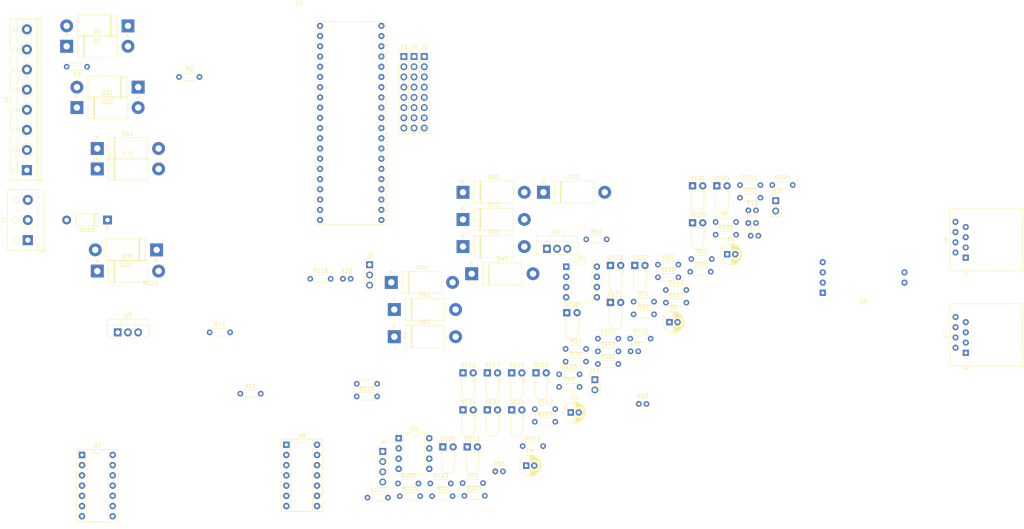
<source format=kicad_pcb>
(kicad_pcb (version 20211014) (generator pcbnew)
  (layers (0 "F.Cu" signal) (31 "B.Cu" signal) (34 "B.Paste" user) (35 "F.Paste" user) (36 "B.SilkS" user "B.Silkscreen") (37 "F.SilkS" user "F.Silkscreen") (38 "B.Mask" user) (39 "F.Mask" user) (44 "Edge.Cuts" user))
  (net 0 "")
  (net 1 "Net-(C1-Pad1)")
  (net 2 "Dcc2")
  (net 3 "+5V")
  (net 4 "Net-(C3-Pad1)")
  (net 5 "Net-(C3-Pad2)")
  (net 6 "Net-(C4-Pad2)")
  (net 7 "Net-(D1-Pad2)")
  (net 8 "Track1")
  (net 9 "Track2")
  (net 10 "Track3")
  (net 11 "Track4")
  (net 12 "Track5")
  (net 13 "Track6")
  (net 14 "Track7")
  (net 15 "Dcc1")
  (net 16 "Net-(D110-Pad2)")
  (net 17 "Net-(D111-Pad2)")
  (net 18 "Net-(D112-Pad2)")
  (net 19 "Net-(D113-Pad2)")
  (net 20 "Net-(D114-Pad2)")
  (net 21 "Net-(D115-Pad2)")
  (net 22 "Net-(D116-Pad2)")
  (net 23 "Net-(D117-Pad2)")
  (net 24 "Net-(D120-Pad2)")
  (net 25 "Net-(D121-Pad2)")
  (net 26 "Net-(D122-Pad2)")
  (net 27 "Net-(D123-Pad2)")
  (net 28 "Net-(D124-Pad2)")
  (net 29 "Net-(D125-Pad2)")
  (net 30 "Net-(D126-Pad2)")
  (net 31 "Net-(D127-Pad2)")
  (net 32 "Net-(J3-Pad1)")
  (net 33 "Net-(J3-Pad2)")
  (net 34 "Net-(J3-Pad3)")
  (net 35 "Net-(J3-Pad4)")
  (net 36 "Net-(J3-Pad5)")
  (net 37 "Net-(J3-Pad6)")
  (net 38 "Net-(J3-Pad7)")
  (net 39 "Net-(J3-Pad8)")
  (net 40 "Net-(J6-Pad1)")
  (net 41 "Net-(J6-Pad2)")
  (net 42 "Net-(J6-Pad3)")
  (net 43 "Net-(J11-Pad2)")
  (net 44 "Net-(J6-Pad5)")
  (net 45 "Net-(J6-Pad8)")
  (net 46 "Net-(J8-Pad1)")
  (net 47 "Net-(J8-Pad2)")
  (net 48 "CAN_Rx")
  (net 49 "CAN_Tx")
  (net 50 "Net-(J9-Pad1)")
  (net 51 "Net-(J9-Pad2)")
  (net 52 "Net-(J9-Pad3)")
  (net 53 "Net-(J10-Pad1)")
  (net 54 "Net-(J10-Pad2)")
  (net 55 "Net-(J11-Pad1)")
  (net 56 "A0")
  (net 57 "A1")
  (net 58 "A2")
  (net 59 "A3")
  (net 60 "A4")
  (net 61 "A5")
  (net 62 "A6")
  (net 63 "A7")
  (net 64 "Net-(R100-Pad2)")
  (net 65 "+3.3V")
  (net 66 "Net-(R101-Pad2)")
  (net 67 "Net-(R103-Pad1)")
  (net 68 "Net-(R104-Pad1)")
  (net 69 "Net-(R110-Pad1)")
  (net 70 "Net-(R111-Pad1)")
  (net 71 "Net-(R112-Pad1)")
  (net 72 "Net-(R113-Pad1)")
  (net 73 "Net-(R114-Pad1)")
  (net 74 "Net-(R115-Pad1)")
  (net 75 "Net-(R116-Pad1)")
  (net 76 "Net-(R117-Pad1)")
  (net 77 "Net-(R120-Pad1)")
  (net 78 "Net-(R121-Pad1)")
  (net 79 "Net-(R122-Pad1)")
  (net 80 "Net-(R123-Pad1)")
  (net 81 "Net-(R124-Pad1)")
  (net 82 "Net-(R125-Pad1)")
  (net 83 "Net-(R126-Pad1)")
  (net 84 "Net-(R127-Pad1)")
  (net 89 "LedClk")
  (net 90 "LedData")
  (net 91 "LedOut")
  (net 92 "LedReset")
  (net 98 "Net-(U5-Pad3)")
  (net 99 "Net-(U7-Pad9)")
  (footprint "Resistor_THT:R_Axial_DIN0204_L3.6mm_D1.6mm_P5.08mm_Horizontal" (layer "F.Cu") (at 96.120225 78.12)
    (fp_text reference "R116" (at 2.54 -1.92) (layer "F.SilkS"))
    (fp_text value "470")
    (pad "1" thru_hole circle (at 0 0) (size 1.4 1.4) (drill 0.7) (layers *.Cu *.Mask) (net 75 "Net-(R116-Pad1)"))
    (pad "2" thru_hole oval (at 5.08 0) (size 1.4 1.4) (drill 0.7) (layers *.Cu *.Mask) (net 22 "Net-(D116-Pad2)"))
  )
  (footprint "Capacitor_THT:CP_Radial_D5.0mm_P2.00mm" (layer "F.Cu") (at 149.81 124.56)
    (fp_text reference "C4" (at 1 -3.75) (layer "F.SilkS"))
    (fp_text value "10u")
    (pad "1" thru_hole rect (at 0 0) (size 1.6 1.6) (drill 0.8) (layers *.Cu *.Mask) (net 5 "Net-(C3-Pad2)"))
    (pad "2" thru_hole circle (at 2 0) (size 1.6 1.6) (drill 0.8) (layers *.Cu *.Mask) (net 6 "Net-(C4-Pad2)"))
  )
  (footprint "Resistor_THT:R_Axial_DIN0204_L3.6mm_D1.6mm_P5.08mm_Horizontal" (layer "F.Cu") (at 157.990225 101.85)
    (fp_text reference "R123" (at 2.54 -1.92) (layer "F.SilkS"))
    (fp_text value "470")
    (pad "1" thru_hole circle (at 0 0) (size 1.4 1.4) (drill 0.7) (layers *.Cu *.Mask) (net 80 "Net-(R123-Pad1)"))
    (pad "2" thru_hole oval (at 5.08 0) (size 1.4 1.4) (drill 0.7) (layers *.Cu *.Mask) (net 27 "Net-(D123-Pad2)"))
  )
  (footprint "Resistor_THT:R_Axial_DIN0204_L3.6mm_D1.6mm_P5.08mm_Horizontal" (layer "F.Cu") (at 118.380225 132.15)
    (fp_text reference "R105" (at 2.54 -1.92) (layer "F.SilkS"))
    (fp_text value "120")
    (pad "1" thru_hole circle (at 0 0) (size 1.4 1.4) (drill 0.7) (layers *.Cu *.Mask) (net 43 "Net-(J11-Pad2)"))
    (pad "2" thru_hole oval (at 5.08 0) (size 1.4 1.4) (drill 0.7) (layers *.Cu *.Mask) (net 55 "Net-(J11-Pad1)"))
  )
  (footprint "Diode_THT:D_DO-201AD_P15.24mm_Horizontal" (layer "F.Cu") (at 134.090225 56.61)
    (fp_text reference "D52" (at 7.62 -3.72) (layer "F.SilkS"))
    (fp_text value "1N5822")
    (fp_text user "K" (at 0 -2.6) (layer "F.SilkS"))
    (pad "1" thru_hole rect (at 0 0) (size 3.2 3.2) (drill 1.6) (layers *.Cu *.Mask) (net 7 "Net-(D1-Pad2)"))
    (pad "2" thru_hole oval (at 15.24 0) (size 3.2 3.2) (drill 1.6) (layers *.Cu *.Mask) (net 12 "Track5"))
  )
  (footprint "Resistor_THT:R_Axial_DIN0204_L3.6mm_D1.6mm_P5.08mm_Horizontal" (layer "F.Cu") (at 134.440225 132.06)
    (fp_text reference "R127" (at 2.54 -1.92) (layer "F.SilkS"))
    (fp_text value "470")
    (pad "1" thru_hole circle (at 0 0) (size 1.4 1.4) (drill 0.7) (layers *.Cu *.Mask) (net 84 "Net-(R127-Pad1)"))
    (pad "2" thru_hole oval (at 5.08 0) (size 1.4 1.4) (drill 0.7) (layers *.Cu *.Mask) (net 31 "Net-(D127-Pad2)"))
  )
  (footprint "Resistor_THT:R_Axial_DIN0204_L3.6mm_D1.6mm_P5.08mm_Horizontal" (layer "F.Cu") (at 157.990225 105)
    (fp_text reference "R42" (at 2.54 -1.92) (layer "F.SilkS"))
    (fp_text value "4.7k")
    (pad "1" thru_hole circle (at 0 0) (size 1.4 1.4) (drill 0.7) (layers *.Cu *.Mask) (net 60 "A4"))
    (pad "2" thru_hole oval (at 5.08 0) (size 1.4 1.4) (drill 0.7) (layers *.Cu *.Mask) (net 11 "Track4"))
  )
  (footprint "Resistor_THT:R_Axial_DIN0204_L3.6mm_D1.6mm_P5.08mm_Horizontal" (layer "F.Cu") (at 40.64 25.4 180)
    (fp_text reference "R3" (at 2.54 -1.92) (layer "F.SilkS"))
    (fp_text value "22")
    (pad "1" thru_hole circle (at 0 0 180) (size 1.4 1.4) (drill 0.7) (layers *.Cu *.Mask) (net 2 "Dcc2"))
    (pad "2" thru_hole oval (at 5.08 0 180) (size 1.4 1.4) (drill 0.7) (layers *.Cu *.Mask) (net 7 "Net-(D1-Pad2)"))
  )
  (footprint "Resistor_THT:R_Axial_DIN0204_L3.6mm_D1.6mm_P5.08mm_Horizontal" (layer "F.Cu") (at 63.5 27.94)
    (fp_text reference "R2" (at 2.54 -1.92) (layer "F.SilkS"))
    (fp_text value "4.7k")
    (pad "1" thru_hole circle (at 0 0) (size 1.4 1.4) (drill 0.7) (layers *.Cu *.Mask) (net 56 "A0"))
    (pad "2" thru_hole oval (at 5.08 0) (size 1.4 1.4) (drill 0.7) (layers *.Cu *.Mask) (net 2 "Dcc2"))
  )
  (footprint "Resistor_THT:R_Axial_DIN0204_L3.6mm_D1.6mm_P5.08mm_Horizontal" (layer "F.Cu") (at 167.630225 93)
    (fp_text reference "R101" (at 2.54 -1.92) (layer "F.SilkS"))
    (fp_text value "330")
    (pad "1" thru_hole circle (at 0 0) (size 1.4 1.4) (drill 0.7) (layers *.Cu *.Mask) (net 65 "+3.3V"))
    (pad "2" thru_hole oval (at 5.08 0) (size 1.4 1.4) (drill 0.7) (layers *.Cu *.Mask) (net 66 "Net-(R101-Pad2)"))
  )
  (footprint "LED_THT:LED_D3.0mm_Horizontal_O1.27mm_Z2.0mm" (layer "F.Cu") (at 146.190225 110.71)
    (fp_text reference "D114" (at 1.27 -1.96) (layer "F.SilkS"))
    (fp_text value "LED")
    (pad "1" thru_hole rect (at 0 0) (size 1.8 1.8) (drill 0.9) (layers *.Cu *.Mask) (net 2 "Dcc2"))
    (pad "2" thru_hole circle (at 2.54 0) (size 1.8 1.8) (drill 0.9) (layers *.Cu *.Mask) (net 20 "Net-(D114-Pad2)"))
  )
  (footprint "Resistor_THT:R_Axial_DIN0204_L3.6mm_D1.6mm_P5.08mm_Horizontal" (layer "F.Cu") (at 176.500225 86.95)
    (fp_text reference "R21" (at 2.54 -1.92) (layer "F.SilkS"))
    (fp_text value "22k")
    (pad "1" thru_hole circle (at 0 0) (size 1.4 1.4) (drill 0.7) (layers *.Cu *.Mask) (net 3 "+5V"))
    (pad "2" thru_hole oval (at 5.08 0) (size 1.4 1.4) (drill 0.7) (layers *.Cu *.Mask) (net 58 "A2"))
  )
  (footprint "Connector_PinHeader_2.54mm:PinHeader_1x08_P2.54mm_Vertical" (layer "F.Cu") (at 121.92 22.86)
    (fp_text reference "J4" (at 0 -2.33) (layer "F.SilkS"))
    (fp_text value "Conn_01x08_Male")
    (pad "1" thru_hole rect (at 0 0) (size 1.7 1.7) (drill 1) (layers *.Cu *.Mask) (net 3 "+5V"))
    (pad "2" thru_hole oval (at 0 2.54) (size 1.7 1.7) (drill 1) (layers *.Cu *.Mask) (net 3 "+5V"))
    (pad "3" thru_hole oval (at 0 5.08) (size 1.7 1.7) (drill 1) (layers *.Cu *.Mask) (net 3 "+5V"))
    (pad "4" thru_hole oval (at 0 7.62) (size 1.7 1.7) (drill 1) (layers *.Cu *.Mask) (net 3 "+5V"))
    (pad "5" thru_hole oval (at 0 10.16) (size 1.7 1.7) (drill 1) (layers *.Cu *.Mask) (net 3 "+5V"))
    (pad "6" thru_hole oval (at 0 12.7) (size 1.7 1.7) (drill 1) (layers *.Cu *.Mask) (net 3 "+5V"))
    (pad "7" thru_hole oval (at 0 15.24) (size 1.7 1.7) (drill 1) (layers *.Cu *.Mask) (net 3 "+5V"))
    (pad "8" thru_hole oval (at 0 17.78) (size 1.7 1.7) (drill 1) (layers *.Cu *.Mask) (net 3 "+5V"))
  )
  (footprint "Resistor_THT:R_Axial_DIN0204_L3.6mm_D1.6mm_P1.90mm_Vertical" (layer "F.Cu") (at 205.610225 67.41)
    (fp_text reference "R73" (at 0.95 -1.92) (layer "F.SilkS"))
    (fp_text value "22")
    (pad "1" thru_hole circle (at 0 0) (size 1.4 1.4) (drill 0.7) (layers *.Cu *.Mask) (net 14 "Track7"))
    (pad "2" thru_hole oval (at 1.9 0) (size 1.4 1.4) (drill 0.7) (layers *.Cu *.Mask) (net 7 "Net-(D1-Pad2)"))
  )
  (footprint "LED_THT:LED_D3.0mm_Horizontal_O1.27mm_Z2.0mm" (layer "F.Cu") (at 176.800225 74.8)
    (fp_text reference "D122" (at 1.27 -1.96) (layer "F.SilkS"))
    (fp_text value "LED")
    (pad "1" thru_hole rect (at 0 0) (size 1.8 1.8) (drill 0.9) (layers *.Cu *.Mask) (net 2 "Dcc2"))
    (pad "2" thru_hole circle (at 2.54 0) (size 1.8 1.8) (drill 0.9) (layers *.Cu *.Mask) (net 26 "Net-(D122-Pad2)"))
  )
  (footprint "Diode_THT:D_DO-41_SOD81_P10.16mm_Horizontal" (layer "F.Cu") (at 45.72 63.5 180)
    (fp_text reference "D100" (at 5.08 -2.47) (layer "F.SilkS"))
    (fp_text value "1N4001")
    (fp_text user "K" (at 0 -2.1) (layer "F.SilkS"))
    (pad "1" thru_hole rect (at 0 0 180) (size 2.2 2.2) (drill 1.1) (layers *.Cu *.Mask) (net 1 "Net-(C1-Pad1)"))
    (pad "2" thru_hole oval (at 10.16 0 180) (size 2.2 2.2) (drill 1.1) (layers *.Cu *.Mask) (net 15 "Dcc1"))
  )
  (footprint "Resistor_THT:R_Axial_DIN0204_L3.6mm_D1.6mm_P5.08mm_Horizontal" (layer "F.Cu") (at 151.940225 110.51)
    (fp_text reference "R112" (at 2.54 -1.92) (layer "F.SilkS"))
    (fp_text value "470")
    (pad "1" thru_hole circle (at 0 0) (size 1.4 1.4) (drill 0.7) (layers *.Cu *.Mask) (net 71 "Net-(R112-Pad1)"))
    (pad "2" thru_hole oval (at 5.08 0) (size 1.4 1.4) (drill 0.7) (layers *.Cu *.Mask) (net 18 "Net-(D112-Pad2)"))
  )
  (footprint "Package_TO_SOT_THT:TO-220-3_Vertical" (layer "F.Cu") (at 154.940225 70.66)
    (fp_text reference "U2" (at 2.54 -4.27) (layer "F.SilkS"))
    (fp_text value "L7805")
    (pad "1" thru_hole rect (at 0 0) (size 1.905 2) (drill 1.1) (layers *.Cu *.Mask) (net 1 "Net-(C1-Pad1)"))
    (pad "2" thru_hole oval (at 2.54 0) (size 1.905 2) (drill 1.1) (layers *.Cu *.Mask) (net 2 "Dcc2"))
    (pad "3" thru_hole oval (at 5.08 0) (size 1.905 2) (drill 1.1) (layers *.Cu *.Mask) (net 3 "+5V"))
  )
  (footprint "Connector_PinHeader_2.54mm:PinHeader_1x08_P2.54mm_Vertical" (layer "F.Cu") (at 124.46 22.86)
    (fp_text reference "J5" (at 0 -2.33) (layer "F.SilkS"))
    (fp_text value "Conn_01x08_Male")
    (pad "1" thru_hole rect (at 0 0) (size 1.7 1.7) (drill 1) (layers *.Cu *.Mask) (net 2 "Dcc2"))
    (pad "2" thru_hole oval (at 0 2.54) (size 1.7 1.7) (drill 1) (layers *.Cu *.Mask) (net 2 "Dcc2"))
    (pad "3" thru_hole oval (at 0 5.08) (size 1.7 1.7) (drill 1) (layers *.Cu *.Mask) (net 2 "Dcc2"))
    (pad "4" thru_hole oval (at 0 7.62) (size 1.7 1.7) (drill 1) (layers *.Cu *.Mask) (net 2 "Dcc2"))
    (pad "5" thru_hole oval (at 0 10.16) (size 1.7 1.7) (drill 1) (layers *.Cu *.Mask) (net 2 "Dcc2"))
    (pad "6" thru_hole oval (at 0 12.7) (size 1.7 1.7) (drill 1) (layers *.Cu *.Mask) (net 2 "Dcc2"))
    (pad "7" thru_hole oval (at 0 15.24) (size 1.7 1.7) (drill 1) (layers *.Cu *.Mask) (net 2 "Dcc2"))
    (pad "8" thru_hole oval (at 0 17.78) (size 1.7 1.7) (drill 1) (layers *.Cu *.Mask) (net 2 "Dcc2"))
  )
  (footprint "Resistor_THT:R_Axial_DIN0204_L3.6mm_D1.6mm_P5.08mm_Horizontal" (layer "F.Cu") (at 148.920225 119.71)
    (fp_text reference "R115" (at 2.54 -1.92) (layer "F.SilkS"))
    (fp_text value "470")
    (pad "1" thru_hole circle (at 0 0) (size 1.4 1.4) (drill 0.7) (layers *.Cu *.Mask) (net 74 "Net-(R115-Pad1)"))
    (pad "2" thru_hole oval (at 5.08 0) (size 1.4 1.4) (drill 0.7) (layers *.Cu *.Mask) (net 21 "Net-(D115-Pad2)"))
  )
  (footprint "Package_DIP:DIP-14_W7.62mm_Socket" (layer "F.Cu") (at 39.38 121.915)
    (fp_text reference "U7" (at 3.81 -2.33) (layer "F.SilkS"))
    (fp_text value "74HC595")
    (pad "1" thru_hole rect (at 0 0) (size 1.6 1.6) (drill 0.8) (layers *.Cu *.Mask) (net 70 "Net-(R111-Pad1)"))
    (pad "2" thru_hole oval (at 0 2.54) (size 1.6 1.6) (drill 0.8) (layers *.Cu *.Mask) (net 71 "Net-(R112-Pad1)"))
    (pad "3" thru_hole oval (at 0 5.08) (size 1.6 1.6) (drill 0.8) (layers *.Cu *.Mask) (net 72 "Net-(R113-Pad1)"))
    (pad "4" thru_hole oval (at 0 7.62) (size 1.6 1.6) (drill 0.8) (layers *.Cu *.Mask) (net 73 "Net-(R114-Pad1)"))
    (pad "5" thru_hole oval (at 0 10.16) (size 1.6 1.6) (drill 0.8) (layers *.Cu *.Mask) (net 74 "Net-(R115-Pad1)"))
    (pad "6" thru_hole oval (at 0 12.7) (size 1.6 1.6) (drill 0.8) (layers *.Cu *.Mask) (net 75 "Net-(R116-Pad1)"))
    (pad "7" thru_hole oval (at 0 15.24) (size 1.6 1.6) (drill 0.8) (layers *.Cu *.Mask) (net 76 "Net-(R117-Pad1)"))
    (pad "8" thru_hole oval (at 7.62 15.24) (size 1.6 1.6) (drill 0.8) (layers *.Cu *.Mask) (net 2 "Dcc2"))
    (pad "9" thru_hole oval (at 7.62 12.7) (size 1.6 1.6) (drill 0.8) (layers *.Cu *.Mask) (net 99 "Net-(U7-Pad9)"))
    (pad "10" thru_hole oval (at 7.62 10.16) (size 1.6 1.6) (drill 0.8) (layers *.Cu *.Mask) (net 92 "LedReset"))
    (pad "11" thru_hole oval (at 7.62 7.62) (size 1.6 1.6) (drill 0.8) (layers *.Cu *.Mask) (net 89 "LedClk"))
    (pad "12" thru_hole oval (at 7.62 5.08) (size 1.6 1.6) (drill 0.8) (layers *.Cu *.Mask) (net 91 "LedOut"))
    (pad "13" thru_hole oval (at 7.62 2.54) (size 1.6 1.6) (drill 0.8) (layers *.Cu *.Mask) (net 2 "Dcc2"))
    (pad "14" thru_hole oval (at 7.62 0) (size 1.6 1.6) (drill 0.8) (layers *.Cu *.Mask) (net 90 "LedData"))
  )
  (footprint "Footprint_Marcel:TJA1050" (layer "F.Cu") (at 233.68 84.145)
    (fp_text reference "U6" (at 0 -0.5 unlocked) (layer "F.SilkS"))
    (fp_text value "TJA1050_Board")
    (pad "1" thru_hole rect (at -10.16 -2.54) (size 1.524 1.524) (drill 0.762) (layers *.Cu *.Mask) (net 5 "Net-(C3-Pad2)"))
    (pad "2" thru_hole circle (at -10.16 -5.08) (size 1.524 1.524) (drill 0.762) (layers *.Cu *.Mask) (net 67 "Net-(R103-Pad1)"))
    (pad "3" thru_hole circle (at -10.16 -7.62) (size 1.524 1.524) (drill 0.762) (layers *.Cu *.Mask) (net 98 "Net-(U5-Pad3)"))
    (pad "4" thru_hole circle (at -10.16 -10.16) (size 1.524 1.524) (drill 0.762) (layers *.Cu *.Mask) (net 4 "Net-(C3-Pad1)"))
    (pad "5" thru_hole circle (at 10.16 -5.08) (size 1.524 1.524) (drill 0.762) (layers *.Cu *.Mask) (net 43 "Net-(J11-Pad2)"))
    (pad "6" thru_hole circle (at 10.16 -7.62) (size 1.524 1.524) (drill 0.762) (layers *.Cu *.Mask) (net 43 "Net-(J11-Pad2)"))
  )
  (footprint "Resistor_THT:R_Axial_DIN0204_L3.6mm_D1.6mm_P5.08mm_Horizontal" (layer "F.Cu") (at 202.950225 54.81)
    (fp_text reference "R111" (at 2.54 -1.92) (layer "F.SilkS"))
    (fp_text value "470")
    (pad "1" thru_hole circle (at 0 0) (size 1.4 1.4) (drill 0.7) (layers *.Cu *.Mask) (net 70 "Net-(R111-Pad1)"))
    (pad "2" thru_hole oval (at 5.08 0) (size 1.4 1.4) (drill 0.7) (layers *.Cu *.Mask) (net 17 "Net-(D111-Pad2)"))
  )
  (footprint "Diode_THT:D_DO-201AD_P15.24mm_Horizontal" (layer "F.Cu") (at 116.260225 79.01)
    (fp_text reference "D51" (at 7.62 -3.72) (layer "F.SilkS"))
    (fp_text value "1N5822")
    (fp_text user "K" (at 0 -2.6) (layer "F.SilkS"))
    (pad "1" thru_hole rect (at 0 0) (size 3.2 3.2) (drill 1.6) (layers *.Cu *.Mask) (net 12 "Track5"))
    (pad "2" thru_hole oval (at 15.24 0) (size 3.2 3.2) (drill 1.6) (layers *.Cu *.Mask) (net 7 "Net-(D1-Pad2)"))
  )
  (footprint "LED_THT:LED_D3.0mm_Horizontal_O1.27mm_Z2.0mm" (layer "F.Cu") (at 159.900225 86.55)
    (fp_text reference "D120" (at 1.27 -1.96) (layer "F.SilkS"))
    (fp_text value "LED")
    (pad "1" thru_hole rect (at 0 0) (size 1.8 1.8) (drill 0.9) (layers *.Cu *.Mask) (net 2 "Dcc2"))
    (pad "2" thru_hole circle (at 2.54 0) (size 1.8 1.8) (drill 0.9) (layers *.Cu *.Mask) (net 24 "Net-(D120-Pad2)"))
  )
  (footprint "Connector_RJ:RJ45_Amphenol_54602-x08_Horizontal" (layer "F.Cu") (at 259.08 96.52 90)
    (fp_text reference "J7" (at 4.445 -5 90) (layer "F.SilkS"))
    (fp_text value "RJ45")
    (pad "" np_thru_hole circle (at -1.27 6.35 90) (size 3.2 3.2) (drill 3.2) (layers *.Cu *.Mask))
    (pad "" np_thru_hole circle (at 10.16 6.35 90) (size 3.2 3.2) (drill 3.2) (layers *.Cu *.Mask))
    (pad "1" thru_hole rect (at 0 0 90) (size 1.5 1.5) (drill 0.76) (layers *.Cu *.Mask) (net 40 "Net-(J6-Pad1)"))
    (pad "2" thru_hole circle (at 1.27 -2.54 90) (size 1.5 1.5) (drill 0.76) (layers *.Cu *.Mask) (net 41 "Net-(J6-Pad2)"))
    (pad "3" thru_hole circle (at 2.54 0 90) (size 1.5 1.5) (drill 0.76) (layers *.Cu *.Mask) (net 42 "Net-(J6-Pad3)"))
    (pad "4" thru_hole circle (at 3.81 -2.54 90) (size 1.5 1.5) (drill 0.76) (layers *.Cu *.Mask) (net 43 "Net-(J11-Pad2)"))
    (pad "5" thru_hole circle (at 5.08 0 90) (size 1.5 1.5) (drill 0.76) (layers *.Cu *.Mask) (net 44 "Net-(J6-Pad5)"))
    (pad "6" thru_hole circle (at 6.35 -2.54 90) (size 1.5 1.5) (drill 0.76) (layers *.Cu *.Mask) (net 5 "Net-(C3-Pad2)"))
    (pad "7" thru_hole circle (at 7.62 0 90) (size 1.5 1.5) (drill 0.76) (layers *.Cu *.Mask) (net 6 "Net-(C4-Pad2)"))
    (pad "8" thru_hole circle (at 8.89 -2.54 90) (size 1.5 1.5) (drill 0.76) (layers *.Cu *.Mask) (net 45 "Net-(J6-Pad8)"))
  )
  (footprint "Diode_THT:D_DO-201AD_P15.24mm_Horizontal" (layer "F.Cu") (at 43.18 50.8)
    (fp_text reference "D71" (at 7.62 -3.72) (layer "F.SilkS"))
    (fp_text value "1N5822")
    (fp_text user "K" (at 0 -2.6) (layer "F.SilkS"))
    (pad "1" thru_hole rect (at 0 0) (size 3.2 3.2) (drill 1.6) (layers *.Cu *.Mask) (net 14 "Track7"))
    (pad "2" thru_hole oval (at 15.24 0) (size 3.2 3.2) (drill 1.6) (layers *.Cu *.Mask) (net 7 "Net-(D1-Pad2)"))
  )
  (footprint "Resistor_THT:R_Axial_DIN0204_L3.6mm_D1.6mm_P5.08mm_Horizontal" (layer "F.Cu") (at 190.850225 73.21)
    (fp_text reference "R52" (at 2.54 -1.92) (layer "F.SilkS"))
    (fp_text value "4.7k")
    (pad "1" thru_hole circle (at 0 0) (size 1.4 1.4) (drill 0.7) (layers *.Cu *.Mask) (net 61 "A5"))
    (pad "2" thru_hole oval (at 5.08 0) (size 1.4 1.4) (drill 0.7) (layers *.Cu *.Mask) (net 12 "Track5"))
  )
  (footprint "Connector_PinHeader_2.54mm:PinHeader_1x02_P2.54mm_Vertical" (layer "F.Cu") (at 166.870225 103.2)
    (fp_text reference "J11" (at 0 -2.33) (layer "F.SilkS"))
    (fp_text value "Conn_01x02_Male")
    (pad "1" thru_hole rect (at 0 0) (size 1.7 1.7) (drill 1) (layers *.Cu *.Mask) (net 55 "Net-(J11-Pad1)"))
    (pad "2" thru_hole oval (at 0 2.54) (size 1.7 1.7) (drill 1) (layers *.Cu *.Mask) (net 43 "Net-(J11-Pad2)"))
  )
  (footprint "LED_THT:LED_D3.0mm_Horizontal_O1.27mm_Z2.0mm" (layer "F.Cu") (at 191.150225 64.21)
    (fp_text reference "D115" (at 1.27 -1.96) (layer "F.SilkS"))
    (fp_text value "LED")
    (pad "1" thru_hole rect (at 0 0) (size 1.8 1.8) (drill 0.9) (layers *.Cu *.Mask) (net 2 "Dcc2"))
    (pad "2" thru_hole circle (at 2.54 0) (size 1.8 1.8) (drill 0.9) (layers *.Cu *.Mask) (net 21 "Net-(D115-Pad2)"))
  )
  (footprint "Resistor_THT:R_Axial_DIN0204_L3.6mm_D1.6mm_P5.08mm_Horizontal" (layer "F.Cu") (at 202.950225 57.96)
    (fp_text reference "R12" (at 2.54 -1.92) (layer "F.SilkS"))
    (fp_text value "4.7k")
    (pad "1" thru_hole circle (at 0 0) (size 1.4 1.4) (drill 0.7) (layers *.Cu *.Mask) (net 57 "A1"))
    (pad "2" thru_hole oval (at 5.08 0) (size 1.4 1.4) (drill 0.7) (layers *.Cu *.Mask) (net 8 "Track1"))
  )
  (footprint "Footprint_Marcel:Bluepill" (layer "F.Cu") (at 93.485 10.16)
    (fp_text reference "U1" (at 0 -0.5 unlocked) (layer "F.SilkS"))
    (fp_text value "BluePill_STM32F103C")
    (pad "1" thru_hole circle (at 5.08 5.08) (size 1.524 1.524) (drill 0.762) (layers *.Cu *.Mask))
    (pad "2" thru_hole circle (at 5.08 7.62) (size 1.524 1.524) (drill 0.762) (layers *.Cu *.Mask))
    (pad "3" thru_hole circle (at 5.08 10.16) (size 1.524 1.524) (drill 0.762) (layers *.Cu *.Mask))
    (pad "4" thru_hole circle (at 5.08 12.7) (size 1.524 1.524) (drill 0.762) (layers *.Cu *.Mask))
    (pad "5" thru_hole circle (at 5.08 15.24) (size 1.524 1.524) (drill 0.762) (layers *.Cu *.Mask) (net 56 "A0"))
    (pad "6" thru_hole circle (at 5.08 17.78) (size 1.524 1.524) (drill 0.762) (layers *.Cu *.Mask) (net 57 "A1"))
    (pad "7" thru_hole circle (at 5.08 20.32) (size 1.524 1.524) (drill 0.762) (layers *.Cu *.Mask) (net 58 "A2"))
    (pad "8" thru_hole circle (at 5.08 22.86) (size 1.524 1.524) (drill 0.762) (layers *.Cu *.Mask) (net 59 "A3"))
    (pad "9" thru_hole circle (at 5.08 25.4) (size 1.524 1.524) (drill 0.762) (layers *.Cu *.Mask) (net 60 "A4"))
    (pad "10" thru_hole circle (at 5.08 27.94) (size 1.524 1.524) (drill 0.762) (layers *.Cu *.Mask) (net 61 "A5"))
    (pad "11" thru_hole circle (at 5.08 30.48) (size 1.524 1.524) (drill 0.762) (layers *.Cu *.Mask) (net 62 "A6"))
    (pad "12" thru_hole circle (at 5.08 33.02) (size 1.524 1.524) (drill 0.762) (layers *.Cu *.Mask) (net 63 "A7"))
    (pad "13" thru_hole circle (at 5.08 35.56) (size 1.524 1.524) (drill 0.762) (layers *.Cu *.Mask) (net 89 "LedClk"))
    (pad "14" thru_hole circle (at 5.08 38.1) (size 1.524 1.524) (drill 0.762) (layers *.Cu *.Mask) (net 90 "LedData"))
    (pad "15" thru_hole circle (at 5.08 40.64) (size 1.524 1.524) (drill 0.762) (layers *.Cu *.Mask) (net 91 "LedOut"))
    (pad "16" thru_hole circle (at 5.08 43.18) (size 1.524 1.524) (drill 0.762) (layers *.Cu *.Mask) (net 92 "LedReset"))
    (pad "17" thru_hole circle (at 5.08 45.72) (size 1.524 1.524) (drill 0.762) (layers *.Cu *.Mask))
    (pad "18" thru_hole circle (at 5.08 48.26) (size 1.524 1.524) (drill 0.762) (layers *.Cu *.Mask))
    (pad "19" thru_hole circle (at 5.08 50.8) (size 1.524 1.524) (drill 0.762) (layers *.Cu *.Mask) (net 53 "Net-(J10-Pad1)"))
    (pad "20" thru_hole circle (at 5.08 53.34) (size 1.524 1.524) (drill 0.762) (layers *.Cu *.Mask) (net 54 "Net-(J10-Pad2)"))
    (pad "21" thru_hole circle (at 20.32 53.34) (size 1.524 1.524) (drill 0.762) (layers *.Cu *.Mask) (net 50 "Net-(J9-Pad1)"))
    (pad "22" thru_hole circle (at 20.32 50.8) (size 1.524 1.524) (drill 0.762) (layers *.Cu *.Mask) (net 51 "Net-(J9-Pad2)"))
    (pad "23" thru_hole circle (at 20.32 48.26) (size 1.524 1.524) (drill 0.762) (layers *.Cu *.Mask) (net 52 "Net-(J9-Pad3)"))
    (pad "24" thru_hole circle (at 20.32 45.72) (size 1.524 1.524) (drill 0.762) (layers *.Cu *.Mask))
    (pad "25" thru_hole circle (at 20.32 43.18) (size 1.524 1.524) (drill 0.762) (layers *.Cu *.Mask) (net 64 "Net-(R100-Pad2)"))
    (pad "26" thru_hole circle (at 20.32 40.64) (size 1.524 1.524) (drill 0.762) (layers *.Cu *.Mask) (net 46 "Net-(J8-Pad1)"))
    (pad "27" thru_hole circle (at 20.32 38.1) (size 1.524 1.524) (drill 0.762) (layers *.Cu *.Mask) (net 47 "Net-(J8-Pad2)"))
    (pad "28" thru_hole circle (at 20.32 35.56) (size 1.524 1.524) (drill 0.762) (layers *.Cu *.Mask) (net 48 "CAN_Rx"))
    (pad "29" thru_hole circle (at 20.32 33.02) (size 1.524 1.524) (drill 0.762) (layers *.Cu *.Mask) (net 49 "CAN_Tx"))
    (pad "30" thru_hole circle (at 20.32 30.48) (size 1.524 1.524) (drill 0.762) (layers *.Cu *.Mask) (net 32 "Net-(J3-Pad1)"))
    (pad "31" thru_hole circle (at 20.32 27.94) (size 1.524 1.524) (drill 0.762) (layers *.Cu *.Mask) (net 33 "Net-(J3-Pad2)"))
    (pad "32" thru_hole circle (at 20.32 25.4) (size 1.524 1.524) (drill 0.762) (layers *.Cu *.Mask) (net 34 "Net-(J3-Pad3)"))
    (pad "33" thru_hole circle (at 20.32 22.86) (size 1.524 1.524) (drill 0.762) (layers *.Cu *.Mask) (net 35 "Net-(J3-Pad4)"))
    (pad "34" thru_hole circle (at 20.32 20.32) (size 1.524 1.524) (drill 0.762) (layers *.Cu *.Mask) (net 36 "Net-(J3-Pad5)"))
    (pad "35" thru_hole circle (at 20.32 17.78) (size 1.524 1.524) (drill 0.762) (layers *.Cu *.Mask) (net 37 "Net-(J3-Pad6)"))
    (pad "36" thru_hole circle (at 20.32 15.24) (size 1.524 1.524) (drill 0.762) (layers *.Cu *.Mask) (net 38 "Net-(J3-Pad7)"))
    (pad "37" thru_hole circle (at 20.32 12.7) (size 1.524 1.524) (drill 0.762) (layers *.Cu *.Mask) (net 39 "Net-(J3-Pad8)"))
    (pad "38" thru_hole circle (at 20.32 10.16) (size 1.524 1.524) (drill 0.762) (layers *.Cu *.Mask) (net 3 "+5V"))
    (pad "39" thru_hole circle (at 20.32 7.62) (size 1.524 1.524) (drill 0.762) (layers *.Cu *.Mask) (net 2 "Dcc2"))
    (pad "40" thru_hole circle (at 20.32 5.08) (size 1.524 1.524) (drill 0.762) (layers *.Cu *.Mask) (net 65 "+3.3V"))
  )
  (footprint "Resistor_THT:R_Axial_DIN0204_L3.6mm_D1.6mm_P1.90mm_Vertical" (layer "F.Cu") (at 104.250225 78.12)
    (fp_text reference "R23" (at 0.95 -1.92) (layer "F.SilkS"))
    (fp_text value "22")
    (pad "1" thru_hole circle (at 0 0) (size 1.4 1.4) (drill 0.7) (layers *.Cu *.Mask) (net 9 "Track2"))
    (pad "2" thru_hole oval (at 1.9 0) (size 1.4 1.4) (drill 0.7) (layers *.Cu *.Mask) (net 7 "Net-(D1-Pad2)"))
  )
  (footprint "Resistor_THT:R_Axial_DIN0204_L3.6mm_D1.6mm_P5.08mm_Horizontal" (layer "F.Cu") (at 176.500225 83.8)
    (fp_text reference "R51" (at 2.54 -1.92) (layer "F.SilkS"))
    (fp_text value "22k")
    (pad "1" thru_hole circle (at 0 0) (size 1.4 1.4) (drill 0.7) (layers *.Cu *.Mask) (net 3 "+5V"))
    (pad "2" thru_hole oval (at 5.08 0) (size 1.4 1.4) (drill 0.7) (layers *.Cu *.Mask) (net 61 "A5"))
  )
  (footprint "Resistor_THT:R_Axial_DIN0204_L3.6mm_D1.6mm_P1.90mm_Vertical" (layer "F.Cu") (at 177.8 109.22)
    (fp_text reference "R63" (at 0.95 -1.92) (layer "F.SilkS"))
    (fp_text value "22")
    (pad "1" thru_hole circle (at 0 0) (size 1.4 1.4) (drill 0.7) (layers *.Cu *.Mask) (net 13 "Track6"))
    (pad "2" thru_hole oval (at 1.9 0) (size 1.4 1.4) (drill 0.7) (layers *.Cu *.Mask) (net 7 "Net-(D1-Pad2)"))
  )
  (footprint "Resistor_THT:R_Axial_DIN0204_L3.6mm_D1.6mm_P5.08mm_Horizontal" (layer "F.Cu") (at 159.600225 95.55)
    (fp_text reference "R32" (at 2.54 -1.92) (layer "F.SilkS"))
    (fp_text value "4.7k")
    (pad "1" thru_hole circle (at 0 0) (size 1.4 1.4) (drill 0.7) (layers *.Cu *.Mask) (net 59 "A3"))
    (pad "2" thru_hole oval (at 5.08 0) (size 1.4 1.4) (drill 0.7) (layers *.Cu *.Mask) (net 10 "Track3"))
  )
  (footprint "Resistor_THT:R_Axial_DIN0204_L3.6mm_D1.6mm_P5.08mm_Horizontal" (layer "F.Cu") (at 126.410225 132.15)
    (fp_text reference "R31" (at 2.54 -1.92) (layer "F.SilkS"))
    (fp_text value "22k")
    (pad "1" thru_hole circle (at 0 0) (size 1.4 1.4) (drill 0.7) (layers *.Cu *.Mask) (net 3 "+5V"))
    (pad "2" thru_hole oval (at 5.08 0) (size 1.4 1.4) (drill 0.7) (layers *.Cu *.Mask) (net 59 "A3"))
  )
  (footprint "Diode_THT:D_DO-201AD_P15.24mm_Horizontal" (layer "F.Cu") (at 57.919775 70.92 180)
    (fp_text reference "D32" (at 7.62 -3.72) (layer "F.SilkS"))
    (fp_text value "1N5822")
    (fp_text user "K" (at 0 -2.6) (layer "F.SilkS"))
    (pad "1" thru_hole rect (at 0 0 180) (size 3.2 3.2) (drill 1.6) (layers *.Cu *.Mask) (net 7 "Net-(D1-Pad2)"))
    (pad "2" thru_hole oval (at 15.24 0 180) (size 3.2 3.2) (drill 1.6) (layers *.Cu *.Mask) (net 10 "Track3"))
  )
  (footprint "Resistor_THT:R_Axial_DIN0204_L3.6mm_D1.6mm_P5.08mm_Horizontal" (layer "F.Cu") (at 210.980225 54.81)
    (fp_text reference "R104" (at 2.54 -1.92) (layer "F.SilkS"))
    (fp_text value "330")
    (pad "1" thru_hole circle (at 0 0) (size 1.4 1.4) (drill 0.7) (layers *.Cu *.Mask) (net 68 "Net-(R104-Pad1)"))
    (pad "2" thru_hole oval (at 5.08 0) (size 1.4 1.4) (drill 0.7) (layers *.Cu *.Mask) (net 4 "Net-(C3-Pad1)"))
  )
  (footprint "Package_DIP:DIP-8_W7.62mm" (layer "F.Cu") (at 118.090225 117.75)
    (fp_text reference "U5" (at 3.81 -2.33) (layer "F.SilkS"))
    (fp_text value "6N137")
    (pad "1" thru_hole rect (at 0 0) (size 1.6 1.6) (drill 0.8) (layers *.Cu *.Mask))
    (pad "2" thru_hole oval (at 0 2.54) (size 1.6 1.6) (drill 0.8) (layers *.Cu *.Mask) (net 68 "Net-(R104-Pad1)"))
    (pad "3" thru_hole oval (at 0 5.08) (size 1.6 1.6) (drill 0.8) (layers *.Cu *.Mask) (net 98 "Net-(U5-Pad3)"))
    (pad "4" thru_hole oval (at 0 7.62) (size 1.6 1.6) (drill 0.8) (layers *.Cu *.Mask))
    (pad "5" thru_hole oval (at 7.62 7.62) (size 1.6 1.6) (drill 0.8) (layers *.Cu *.Mask) (net 2 "Dcc2"))
    (pad "6" thru_hole oval (at 7.62 5.08) (size 1.6 1.6) (drill 0.8) (layers *.Cu *.Mask) (net 48 "CAN_Rx"))
    (pad "7" thru_hole oval (at 7.62 2.54) (size 1.6 1.6) (drill 0.8) (layers *.Cu *.Mask) (net 3 "+5V"))
    (pad "8" thru_hole oval (at 7.62 0) (size 1.6 1.6) (drill 0.8) (layers *.Cu *.Mask) (net 3 "+5V"))
  )
  (footprint "Resistor_THT:R_Axial_DIN0204_L3.6mm_D1.6mm_P5.08mm_Horizontal" (layer "F.Cu") (at 167.630225 96.15)
    (fp_text reference "R114" (at 2.54 -1.92) (layer "F.SilkS"))
    (fp_text value "470")
    (pad "1" thru_hole circle (at 0 0) (size 1.4 1.4) (drill 0.7) (layers *.Cu *.Mask) (net 73 "Net-(R114-Pad1)"))
    (pad "2" thru_hole oval (at 5.08 0) (size 1.4 1.4) (drill 0.7) (layers *.Cu *.Mask) (net 20 "Net-(D114-Pad2)"))
  )
  (footprint "Resistor_THT:R_Axial_DIN0204_L3.6mm_D1.6mm_P1.90mm_Vertical" (layer "F.Cu") (at 205.030225 64.26)
    (fp_text reference "R43" (at 0.95 -1.92) (layer "F.SilkS"))
    (fp_text value "22")
    (pad "1" thru_hole circle (at 0 0) (size 1.4 1.4) (drill 0.7) (layers *.Cu *.Mask) (net 11 "Track4"))
    (pad "2" thru_hole oval (at 1.9 0) (size 1.4 1.4) (drill 0.7) (layers *.Cu *.Mask) (net 7 "Net-(D1-Pad2)"))
  )
  (footprint "Diode_THT:D_DO-201AD_P15.24mm_Horizontal" (layer "F.Cu") (at 50.8 15.24 180)
    (fp_text reference "D1" (at 7.62 -3.72) (layer "F.SilkS"))
    (fp_text value "1N5822")
    (fp_text user "K" (at 0 -2.6) (layer "F.SilkS"))
    (pad "1" thru_hole rect (at 0 0 180) (size 3.2 3.2) (drill 1.6) (layers *.Cu *.Mask) (net 2 "Dcc2"))
    (pad "2" thru_hole oval (at 15.24 0 180) (size 3.2 3.2) (drill 1.6) (layers *.Cu *.Mask) (net 7 "Net-(D1-Pad2)"))
  )
  (footprint "Resistor_THT:R_Axial_DIN0204_L3.6mm_D1.6mm_P5.08mm_Horizontal" (layer "F.Cu") (at 107.670225 104.21)
    (fp_text reference "R120" (at -51.300225 -24.98) (layer "F.SilkS"))
    (fp_text value "470")
    (pad "1" thru_hole circle (at 0 0) (size 1.4 1.4) (drill 0.7) (layers *.Cu *.Mask) (net 77 "Net-(R120-Pad1)"))
    (pad "2" thru_hole oval (at 5.08 0) (size 1.4 1.4) (drill 0.7) (layers *.Cu *.Mask) (net 24 "Net-(D120-Pad2)"))
  )
  (footprint "Resistor_THT:R_Axial_DIN0204_L3.6mm_D1.6mm_P1.90mm_Vertical" (layer "F.Cu") (at 142.130225 126.01)
    (fp_text reference "R53" (at 0.95 -1.92) (layer "F.SilkS"))
    (fp_text value "22")
    (pad "1" thru_hole circle (at 0 0) (size 1.4 1.4) (drill 0.7) (layers *.Cu *.Mask) (net 12 "Track5"))
    (pad "2" thru_hole oval (at 1.9 0) (size 1.4 1.4) (drill 0.7) (layers *.Cu *.Mask) (net 7 "Net-(D1-Pad2)"))
  )
  (footprint "LED_THT:LED_D3.0mm_Horizontal_O1.27mm_Z2.0mm" (layer "F.Cu") (at 140.140225 110.71)
    (fp_text reference "D127" (at 1.27 -1.96) (layer "F.SilkS"))
    (fp_text value "LED")
    (pad "1" thru_hole rect (at 0 0) (size 1.8 1.8) (drill 0.9) (layers *.Cu *.Mask) (net 2 "Dcc2"))
    (pad "2" thru_hole circle (at 2.54 0) (size 1.8 1.8) (drill 0.9) (layers *.Cu *.Mask) (net 31 "Net-(D127-Pad2)"))
  )
  (footprint "Resistor_THT:R_Axial_DIN0204_L3.6mm_D1.6mm_P5.08mm_Horizontal" (layer "F.Cu") (at 71.12 91.44)
    (fp_text reference "R71" (at 2.54 -1.92) (layer "F.SilkS"))
    (fp_text value "22k")
    (pad "1" thru_hole circle (at 0 0) (size 1.4 1.4) (drill 0.7) (layers *.Cu *.Mask) (net 3 "+5V"))
    (pad "2" thru_hole oval (at 5.08 0) (size 1.4 1.4) (drill 0.7) (layers *.Cu *.Mask) (net 63 "A7"))
  )
  (footprint "Package_TO_SOT_THT:TO-220-3_Vertical" (layer "F.Cu") (at 48.26 91.44)
    (fp_text reference "U3" (at 2.54 -4.27) (layer "F.SilkS"))
    (fp_text value "L7805")
    (pad "1" thru_hole rect (at 0 0) (size 1.905 2) (drill 1.1) (layers *.Cu *.Mask) (net 6 "Net-(C4-Pad2)"))
    (pad "2" thru_hole oval (at 2.54 0) (size 1.905 2) (drill 1.1) (layers *.Cu *.Mask) (net 5 "Net-(C3-Pad2)"))
    (pad "3" thru_hole oval (at 5.08 0) (size 1.905 2) (drill 1.1) (layers *.Cu *.Mask) (net 4 "Net-(C3-Pad1)"))
  )
  (footprint "Resistor_THT:R_Axial_DIN0204_L3.6mm_D1.6mm_P5.08mm_Horizontal" (layer "F.Cu") (at 125.970225 129)
    (fp_text reference "R103" (at 2.54 -1.92) (layer "F.SilkS"))
    (fp_text value "2k2")
    (pad "1" thru_hole circle (at 0 0) (size 1.4 1.4) (drill 0.7) (layers *.Cu *.Mask) (net 67 "Net-(R103-Pad1)"))
    (pad "2" thru_hole oval (at 5.08 0) (size 1.4 1.4) (drill 0.7) (layers *.Cu *.Mask) (net 4 "Net-(C3-Pad1)"))
  )
  (footprint "Connector_PinHeader_2.54mm:PinHeader_1x02_P2.54mm_Vertical" (layer "F.Cu") (at 211.830225 58.71)
    (fp_text reference "J10" (at 0 -2.33) (layer "F.SilkS"))
    (fp_text value "Conn_01x02_Male")
    (pad "1" thru_hole rect (at 0 0) (size 1.7 1.7) (drill 1) (layers *.Cu *.Mask) (net 53 "Net-(J10-Pad1)"))
    (pad "2" thru_hole oval (at 0 2.54) (size 1.7 1.7) (drill 1) (layers *.Cu *.Mask) (net 54 "Net-(J10-Pad2)"))
  )
  (footprint "Capacitor_THT:CP_Radial_D5.0mm_P2.00mm" (layer "F.Cu") (at 185.42 88.9)
    (fp_text reference "C1" (at 1 -3.75) (layer "F.SilkS"))
    (fp_text value "10u")
    (pad "1" thru_hole rect (at 0 0) (size 1.6 1.6) (drill 0.8) (layers *.Cu *.Mask) (net 1 "Net-(C1-Pad1)"))
    (pad "2" thru_hole circle (at 2 0) (size 1.6 1.6) (drill 0.8) (layers *.Cu *.Mask) (net 2 "Dcc2"))
  )
  (footprint "Package_DIP:DIP-8_W7.62mm" (layer "F.Cu") (at 159.750225 75.1)
    (fp_text reference "U4" (at 3.81 -2.33) (layer "F.SilkS"))
    (fp_text value "6N137")
    (pad "1" thru_hole rect (at 0 0) (size 1.6 1.6) (drill 0.8) (layers *.Cu *.Mask))
    (pad "2" thru_hole oval (at 0 2.54) (size 1.6 1.6) (drill 0.8) (layers *.Cu *.Mask) (net 66 "Net-(R101-Pad2)"))
    (pad "3" thru_hole oval (at 0 5.08) (size 1.6 1.6) (drill 0.8) (layers *.Cu *.Mask) (net 49 "CAN_Tx"))
    (pad "4" thru_hole oval (at 0 7.62) (size 1.6 1.6) (drill 0.8) (layers *.Cu *.Mask))
    (pad "5" thru_hole oval (at 7.62 7.62) (size 1.6 1.6) (drill 0.8) (layers *.Cu *.Mask) (net 5 "Net-(C3-Pad2)"))
    (pad "6" thru_hole oval (at 7.62 5.08) (size 1.6 1.6) (drill 0.8) (layers *.Cu *.Mask) (net 67 "Net-(R103-Pad1)"))
    (pad "7" thru_hole oval (at 7.62 2.54) (size 1.6 1.6) (drill 0.8) (layers *.Cu *.Mask) (net 4 "Net-(C3-Pad1)"))
    (pad "8" thru_hole oval (at 7.62 0) (size 1.6 1.6) (drill 0.8) (layers *.Cu *.Mask) (net 4 "Net-(C3-Pad1)"))
  )
  (footprint "Diode_THT:D_DO-201AD_P15.24mm_Horizontal" (layer "F.Cu") (at 117.010225 92.51)
    (fp_text reference "D62" (at 7.62 -3.72) (layer "F.SilkS"))
    (fp_text value "1N5822")
    (fp_text user "K" (at 0 -2.6) (layer "F.SilkS"))
    (pad "1" thru_hole rect (at 0 0) (size 3.2 3.2) (drill 1.6) (layers *.Cu *.Mask) (net 7 "Net-(D1-Pad2)"))
    (pad "2" thru_hole oval (at 15.24 0) (size 3.2 3.2) (drill 1.6) (layers *.Cu *.Mask) (net 13 "Track6"))
  )
  (footprint "Resistor_THT:R_Axial_DIN0204_L3.6mm_D1.6mm_P5.08mm_Horizontal" (layer "F.Cu") (at 107.670225 107.36)
    (fp_text reference "R125" (at 2.54 -1.92) (layer "F.SilkS"))
    (fp_text value "470")
    (pad "1" thru_hole circle (at 0 0) (size 1.4 1.4) (drill 0.7) (layers *.Cu *.Mask) (net 82 "Net-(R125-Pad1)"))
    (pad "2" thru_hole oval (at 5.08 0) (size 1.4 1.4) (drill 0.7) (layers *.Cu *.Mask) (net 29 "Net-(D125-Pad2)"))
  )
  (footprint "LED_THT:LED_D3.0mm_Horizontal_O1.27mm_Z2.0mm" (layer "F.Cu") (at 129.090225 119.91)
    (fp_text reference "D126" (at 1.27 -1.96) (layer "F.SilkS"))
    (fp_text value "LED")
    (pad "1" thru_hole rect (at 0 0) (size 1.8 1.8) (drill 0.9) (layers *.Cu *.Mask) (net 2 "Dcc2"))
    (pad "2" thru_hole circle (at 2.54 0) (size 1.8 1.8) (drill 0.9) (layers *.Cu *.Mask) (net 30 "Net-(D126-Pad2)"))
  )
  (footprint "Connector_PinHeader_2.54mm:PinHeader_1x03_P2.54mm_Vertical" (layer "F.Cu") (at 110.880225 74.62)
    (fp_text reference "J9" (at 0 -2.33) (layer "F.SilkS"))
    (fp_text value "Conn_01x03_Male")
    (pad "1" thru_hole rect (at 0 0) (size 1.7 1.7) (drill 1) (layers *.Cu *.Mask) (net 50 "Net-(J9-Pad1)"))
    (pad "2" thru_hole oval (at 0 2.54) (size 1.7 1.7) (drill 1) (layers *.Cu *.Mask) (net 51 "Net-(J9-Pad2)"))
    (pad "3" thru_hole oval (at 0 5.08) (size 1.7 1.7) (drill 1) (layers *.Cu *.Mask) (net 52 "Net-(J9-Pad3)"))
  )
  (footprint "Resistor_THT:R_Axial_DIN0204_L3.6mm_D1.6mm_P5.08mm_Horizontal" (layer "F.Cu") (at 151.940225 113.66)
    (fp_text reference "R124" (at 2.54 -1.92) (layer "F.SilkS"))
    (fp_text value "470")
    (pad "1" thru_hole circle (at 0 0) (size 1.4 1.4) (drill 0.7) (layers *.Cu *.Mask) (net 81 "Net-(R124-Pad1)"))
    (pad "2" thru_hole oval (at 5.08 0) (size 1.4 1.4) (drill 0.7) (layers *.Cu *.Mask) (net 28 "Net-(D124-Pad2)"))
  )
  (footprint "Resistor_THT:R_Axial_DIN0204_L3.6mm_D1.6mm_P5.08mm_Horizontal" (layer "F.Cu") (at 78.74 106.68)
    (fp_text reference "R11" (at 2.54 -1.92) (layer "F.SilkS"))
    (fp_text value "22k")
    (pad "1" thru_hole circle (at 0 0) (size 1.4 1.4) (drill 0.7) (layers *.Cu *.Mask) (net 3 "+5V"))
    (pad "2" thru_hole oval (at 5.08 0) (size 1.4 1.4) (drill 0.7) (layers *.Cu *.Mask) (net 57 "A1"))
  )
  (footprint "Connector_PinHeader_2.54mm:PinHeader_1x08_P2.54mm_Vertical" (layer "F.Cu") (at 119.38 22.86)
    (fp_text reference "J3" (at 0 -2.33) (layer "F.SilkS"))
    (fp_text value "Conn_01x08_Male")
    (pad "1" thru_hole rect (at 0 0) (size 1.7 1.7) (drill 1) (layers *.Cu *.Mask) (net 32 "Net-(J3-Pad1)"))
    (pad "2" thru_hole oval (at 0 2.54) (size 1.7 1.7) (drill 1) (layers *.Cu *.Mask) (net 33 "Net-(J3-Pad2)"))
    (pad "3" thru_hole oval (at 0 5.08) (size 1.7 1.7) (drill 1) (layers *.Cu *.Mask) (net 34 "Net-(J3-Pad3)"))
    (pad "4" thru_hole oval (at 0 7.62) (size 1.7 1.7) (drill 1) (layers *.Cu *.Mask) (net 35 "Net-(J3-Pad4)"))
    (pad "5" thru_hole oval (at 0 10.16) (size 1.7 1.7) (drill 1) (layers *.Cu *.Mask) (net 36 "Net-(J3-Pad5)"))
    (pad "6" thru_hole oval (at 0 12.7) (size 1.7 1.7) (drill 1) (layers *.Cu *.Mask) (net 37 "Net-(J3-Pad6)"))
    (pad "7" thru_hole oval (at 0 15.24) (size 1.7 1.7) (drill 1) (layers *.Cu *.Mask) (net 38 "Net-(J3-Pad7)"))
    (pad "8" thru_hole oval (at 0 17.78) (size 1.7 1.7) (drill 1) (layers *.Cu *.Mask) (net 39 "Net-(J3-Pad8)"))
  )
  (footprint "LED_THT:LED_D3.0mm_Horizontal_O1.27mm_Z2.0mm" (layer "F.Cu") (at 197.200225 55.01)
    (fp_text reference "D125" (at 1.27 -1.96) (layer "F.SilkS"))
    (fp_text value "LED")
    (pad "1" thru_hole rect (at 0 0) (size 1.8 1.8) (drill 0.9) (layers *.Cu *.Mask) (net 2 "Dcc2"))
    (pad "2" thru_hole circle (at 2.54 0) (size 1.8 1.8) (drill 0.9) (layers *.Cu *.Mask) (net 29 "Net-(D125-Pad2)"))
  )
  (footprint "Diode_THT:D_DO-201AD_P15.24mm_Horizontal" (layer "F.Cu") (at 134.090225 70.11)
    (fp_text reference "D11" (at 7.62 -3.72) (layer "F.SilkS"))
    (fp_text value "1N5822")
    (fp_text user "K" (at 0 -2.6) (layer "F.SilkS"))
    (pad "1" thru_hole rect (at 0 0) (size 3.2 3.2) (drill 1.6) (layers *.Cu *.Mask) (net 8 "Track1"))
    (pad "2" thru_hole oval (at 15.24 0) (size 3.2 3.2) (drill 1.6) (layers *.Cu *.Mask) (net 7 "Net-(D1-Pad2)"))
  )
  (footprint "TerminalBlock_RND:TerminalBlock_RND_205-00002_1x03_P5.00mm_Horizontal" (layer "F.Cu") (at 25.9 68.5 90)
    (fp_text reference "J1" (at 5 -6.06 90) (layer "F.SilkS"))
    (fp_text value "Screw_Terminal_01x02")
    (pad "1" thru_hole rect (at 0 0 90) (size 2.5 2.5) (drill 1.3) (layers *.Cu *.Mask) (net 2 "Dcc2"))
    (pad "2" thru_hole circle (at 5 0 90) (size 2.5 2.5) (drill 1.3) (layers *.Cu *.Mask) (net 15 "Dcc1"))
    (pad "3" thru_hole circle (at 10 0 90) (size 2.5 2.5) (drill 1.3) (layers *.Cu *.Mask))
  )
  (footprint "Resistor_THT:R_Axial_DIN0204_L3.6mm_D1.6mm_P5.08mm_Horizontal" (layer "F.Cu") (at 184.530225 84.05)
    (fp_text reference "R117" (at 2.54 -1.92) (layer "F.SilkS"))
    (fp_text value "470")
    (pad "1" thru_hole circle (at 0 0) (size 1.4 1.4) (drill 0.7) (layers *.Cu *.Mask) (net 76 "Net-(R117-Pad1)"))
    (pad "2" thru_hole oval (at 5.08 0) (size 1.4 1.4) (drill 0.7) (layers *.Cu *.Mask) (net 23 "Net-(D117-Pad2)"))
  )
  (footprint "Diode_THT:D_DO-201AD_P15.24mm_Horizontal" (layer "F.Cu") (at 43.18 76.2)
    (fp_text reference "D31" (at 7.62 -3.72) (layer "F.SilkS"))
    (fp_text value "1N5822")
    (fp_text user "K" (at 0 -2.6) (layer "F.SilkS"))
    (pad "1" thru_hole rect (at 0 0) (size 3.2 3.2) (drill 1.6) (layers *.Cu *.Mask) (net 10 "Track3"))
    (pad "2" thru_hole oval (at 15.24 0) (size 3.2 3.2) (drill 1.6) (layers *.Cu *.Mask) (net 7 "Net-(D1-Pad2)"))
  )
  (footprint "Connector_RJ:RJ45_Amphenol_54602-x08_Horizontal" (layer "F.Cu") (at 259.06 72.8625 90)
    (fp_text reference "J6" (at 4.445 -5 90) (layer "F.SilkS"))
    (fp_text value "RJ45")
    (pad "" np_thru_hole circle (at 10.16 6.35 90) (size 3.2 3.2) (drill 3.2) (layers *.Cu *.Mask))
    (pad "" np_thru_hole circle (at -1.27 6.35 90) (size 3.2 3.2) (drill 3.2) (layers *.Cu *.Mask))
    (pad "1" thru_hole rect (at 0 0 90) (size 1.5 1.5) (drill 0.76) (layers *.Cu *.Mask) (net 40 "Net-(J6-Pad1)"))
    (pad "2" thru_hole circle (at 1.27 -2.54 90) (size 1.5 1.5) (drill 0.76) (layers *.Cu *.Mask) (net 41 "Net-(J6-Pad2)"))
    (pad "3" thru_hole circle (at 2.54 0 90) (size 1.5 1.5) (drill 0.76) (layers *.Cu *.Mask) (net 42 "Net-(J6-Pad3)"))
    (pad "4" thru_hole circle (at 3.81 -2.54 90) (size 1.5 1.5) (drill 0.76) (layers *.Cu *.Mask) (net 43 "Net-(J11-Pad2)"))
    (pad "5" thru_hole circle (at 5.08 0 90) (size 1.5 1.5) (drill 0.76) (layers *.Cu *.Mask) (net 44 "Net-(J6-Pad5)"))
    (pad "6" thru_hole circle (at 6.35 -2.54 90) (size 1.5 1.5) (drill 0.76) (layers *.Cu *.Mask) (net 5 "Net-(C3-Pad2)"))
    (pad "7" thru_hole circle (at 7.62 0 90) (size 1.5 1.5) (drill 0.76) (layers *.Cu *.Mask) (net 6 "Net-(C4-Pad2)"))
    (pad "8" thru_hole circle (at 8.89 -2.54 90) (size 1.5 1.5) (drill 0.76) (layers *.Cu *.Mask) (net 45 "Net-(J6-Pad8)"))
  )
  (footprint "Resistor_THT:R_Axial_DIN0204_L3.6mm_D1.6mm_P5.08mm_Horizontal" (layer "F.Cu") (at 159.600225 98.7)
    (fp_text reference "R72" (at 2.54 -1.92) (layer "F.SilkS"))
    (fp_text value "4.7k")
    (pad "1" thru_hole circle (at 0 0) (size 1.4 1.4) (drill 0.7) (layers *.Cu *.Mask) (net 63 "A7"))
    (pad "2" thru_hole oval (at 5.08 0) (size 1.4 1.4) (drill 0.7) (layers *.Cu *.Mask) (net 14 "Track7"))
  )
  (footprint "LED_THT:LED_D3.0mm_Horizontal_O1.27mm_Z2.0mm" (layer "F.Cu") (at 146.190225 101.51)
    (fp_text reference "D110" (at 1.27 -1.96) (layer "F.SilkS"))
    (fp_text value "LED")
    (pad "1" thru_hole rect (at 0 0) (size 1.8 1.8) (drill 0.9) (layers *.Cu *.Mask) (net 2 "Dcc2"))
    (pad "2" thru_hole circle (at 2.54 0) (size 1.8 1.8) (drill 0.9) (layers *.Cu *.Mask) (net 16 "Net-(D110-Pad2)"))
  )
  (footprint "Resistor_THT:R_Axial_DIN0204_L3.6mm_D1.6mm_P5.08mm_Horizontal" (layer "F.Cu") (at 182.550225 74.6)
    (fp_text reference "R62" (at 2.54 -1.92) (layer "F.SilkS"))
    (fp_text value "4.7k")
    (pad "1" thru_hole circle (at 0 0) (size 1.4 1.4) (drill 0.7) (layers *.Cu *.Mask) (net 62 "A6"))
    (pad "2" thru_hole oval (at 5.08 0) (size 1.4 1.4) (drill 0.7) (layers *.Cu *.Mask) (net 13 "Track6"))
  )
  (footprint "Capacitor_THT:CP_Radial_D5.0mm_P2.00mm" (layer "F.Cu") (at 160.86 111.35)
    (fp_text reference "C2" (at 1 -3.75) (layer "F.SilkS"))
    (fp_text value "47u")
    (pad "1" thru_hole rect (at 0 0) (size 1.6 1.6) (drill 0.8) (layers *.Cu *.Mask) (net 3 "+5V"))
    (pad "2" thru_hole circle (at 2 0) (size 1.6 1.6) (drill 0.8) (layers *.Cu *.Mask) (net 2 "Dcc2"))
  )
  (footprint "Resistor_THT:R_Axial_DIN0204_L3.6mm_D1.6mm_P5.08mm_Horizontal" (layer "F.Cu") (at 164.730225 68.31)
    (fp_text reference "R61" (at 2.54 -1.92) (layer "F.SilkS"))
    (fp_text value "22k")
    (pad "1" thru_hole circle (at 0 0) (size 1.4 1.4) (drill 0.7) (layers *.Cu *.Mask) (net 3 "+5V"))
    (pad "2" thru_hole oval (at 5.08 0) (size 1.4 1.4) (drill 0.7) (layers *.Cu *.Mask) (net 62 "A6"))
  )
  (footprint "LED_THT:LED_D3.0mm_Horizontal_O1.27mm_Z2.0mm" (layer "F.Cu") (at 140.140225 101.51)
    (fp_text reference "D117" (at 1.27 -1.96) (layer "F.SilkS"))
    (fp_text value "LED")
    (pad "1" thru_hole rect (at 0 0) (size 1.8 1.8) (drill 0.9) (layers *.Cu *.Mask) (net 2 "Dcc2"))
    (pad "2" thru_hole circle (at 2.54 0) (size 1.8 1.8) (drill 0.9) (layers *.Cu *.Mask) (net 23 "Net-(D117-Pad2)"))
  )
  (footprint "LED_THT:LED_D3.0mm_Horizontal_O1.27mm_Z2.0mm" (layer "F.Cu") (at 134.090225 110.71)
    (fp_text reference "D124" (at 1.27 -1.96) (layer "F.SilkS"))
    (fp_text value "LED")
    (pad "1" thru_hole rect (at 0 0) (size 1.8 1.8) (drill 0.9) (layers *.Cu *.Mask) (net 2 "Dcc2"))
    (pad "2" thru_hole circle (at 2.54 0) (size 1.8 1.8) (drill 0.9) (layers *.Cu *.Mask) (net 28 "Net-(D124-Pad2)"))
  )
  (footprint "Resistor_THT:R_Axial_DIN0204_L3.6mm_D1.6mm_P5.08mm_Horizontal" (layer "F.Cu") (at 182.550225 77.75)
    (fp_text reference "R110" (at 2.54 -1.92) (layer "F.SilkS"))
    (fp_text value "470")
    (pad "1" thru_hole circle (at 0 0) (size 1.4 1.4) (drill 0.7) (layers *.Cu *.Mask) (net 69 "Net-(R110-Pad1)"))
    (pad "2" thru_hole oval (at 5.08 0) (size 1.4 1.4) (drill 0.7) (layers *.Cu *.Mask) (net 16 "Net-(D110-Pad2)"))
  )
  (footprint "Diode_THT:D_DO-201AD_P15.24mm_Horizontal" (layer "F.Cu") (at 117.010225 85.76)
    (fp_text reference "D41" (at 7.62 -3.72) (layer "F.SilkS"))
    (fp_text value "1N5822")
    (fp_text user "K" (at 0 -2.6) (layer "F.SilkS"))
    (pad "1" thru_hole rect (at 0 0) (size 3.2 3.2) (drill 1.6) (layers *.Cu *.Mask) (net 11 "Track4"))
    (pad "2" thru_hole oval (at 15.24 0) (size 3.2 3.2) (drill 1.6) (layers *.Cu *.Mask) (net 7 "Net-(D1-Pad2)"))
  )
  (footprint "Diode_THT:D_DO-201AD_P15.24mm_Horizontal" (layer "F.Cu") (at 38.1 35.56)
    (fp_text reference "D21" (at 7.62 -3.72) (layer "F.SilkS"))
    (fp_text value "1N5822")
    (fp_text user "K" (at 0 -2.6) (layer "F.SilkS"))
    (pad "1" thru_hole rect (at 0 0) (size 3.2 3.2) (drill 1.6) (layers *.Cu *.Mask) (net 9 "Track2"))
    (pad "2" thru_hole oval (at 15.24 0) (size 3.2 3.2) (drill 1.6) (layers *.Cu *.Mask) (net 7 "Net-(D1-Pad2)"))
  )
  (footprint "LED_THT:LED_D3.0mm_Horizontal_O1.27mm_Z2.0mm" (layer "F.Cu") (at 135.140225 119.91)
    (fp_text reference "D113" (at 1.27 -1.96) (layer "F.SilkS"))
    (fp_text value "LED")
    (pad "1" thru_hole rect (at 0 0) (size 1.8 1.8) (drill 0.9) (layers *.Cu *.Mask) (net 2 "Dcc2"))
    (pad "2" thru_hole circle (at 2.54 0) (size 1.8 1.8) (drill 0.9) (layers *.Cu *.Mask) (net 19 "Net-(D113-Pad2)"))
  )
  (footprint "Resistor_THT:R_Axial_DIN0204_L3.6mm_D1.6mm_P5.08mm_Horizontal" (layer "F.Cu") (at 184.530225 80.9)
    (fp_text reference "R122" (at 2.54 -1.92) (layer "F.SilkS"))
    (fp_text value "470")
    (pad "1" thru_hole circle (at 0 0) (size 1.4 1.4) (drill 0.7) (layers *.Cu *.Mask) (net 79 "Net-(R122-Pad1)"))
    (pad "2" thru_hole oval (at 5.08 0) (size 1.4 1.4) (drill 0.7) (layers *.Cu *.Mask) (net 26 "Net-(D122-Pad2)"))
  )
  (footprint "LED_THT:LED_D3.0mm_Horizontal_O1.27mm_Z2.0mm" (layer "F.Cu") (at 191.150225 55.01)
    (fp_text reference "D121" (at 1.27 -1.96) (layer "F.SilkS"))
    (fp_text value "LED")
    (pad "1" thru_hole rect (at 0 0) (size 1.8 1.8) (drill 0.9) (layers *.Cu *.Mask) (net 2 "Dcc2"))
    (pad "2" thru_hole circle (at 2.54 0) (size 1.8 1.8) (drill 0.9) (layers *.Cu *.Mask) (net 25 "Net-(D121-Pad2)"))
  )
  (footprint "Package_DIP:DIP-14_W7.62mm_Socket" (layer "F.Cu") (at 90.18 119.375)
    (fp_text reference "U8" (at 3.81 -2.33) (layer "F.SilkS"))
    (fp_text value "74HC595")
    (pad "1" thru_hole rect (at 0 0) (size 1.6 1.6) (drill 0.8) (layers *.Cu *.Mask) (net 78 "Net-(R121-Pad1)"))
    (pad "2" thru_hole oval (at 0 2.54) (size 1.6 1.6) (drill 0.8) (layers *.Cu *.Mask) (net 79 "Net-(R122-Pad1)"))
    (pad "3" thru_hole oval (at 0 5.08) (size 1.6 1.6) (drill 0.8) (layers *.Cu *.Mask) (net 80 "Net-(R123-Pad1)"))
    (pad "4" thru_hole oval (at 0 7.62) (size 1.6 1.6) (drill 0.8) (layers *.Cu *.Mask) (net 81 "Net-(R124-Pad1)"))
    (pad "5" thru_hole oval (at 0 10.16) (size 1.6 1.6) (drill 0.8) (layers *.Cu *.Mask) (net 82 "Net-(R125-Pad1)"))
    (pad "6" thru_hole oval (at 0 12.7) (size 1.6 1.6) (drill 0.8) (layers *.Cu *.Mask) (net 83 "Net-(R126-Pad1)"))
    (pad "7" thru_hole oval (at 0 15.24) (size 1.6 1.6) (drill 0.8) (layers *.Cu *.Mask) (net 84 "Net-(R127-Pad1)"))
    (pad "8" thru_hole oval (at 7.62 15.24) (size 1.6 1.6) (drill 0.8) (layers *.Cu *.Mask) (net 2 "Dcc2"))
    (pad "9" thru_hole oval (at 7.62 12.7) (size 1.6 1.6) (drill 0.8) (layers *.Cu *.Mask))
    (pad "10" thru_hole oval (at 7.62 10.16) (size 1.6 1.6) (drill 0.8) (layers *.Cu *.Mask) (net 92 "LedReset"))
    (pad "11" thru_hole oval (at 7.62 7.62) (size 1.6 1.6) (drill 0.8) (layers *.Cu *.Mask) (net 89 "LedClk"))
    (pad "12" thru_hole oval (at 7.62 5.08) (size 1.6 1.6) (drill 0.8) (layers *.Cu *.Mask) (net 91 "LedOut"))
    (pad "13" thru_hole oval (at 7.62 2.54) (size 1.6 1.6) (drill 0.8) (layers *.Cu *.Mask) (net 2 "Dcc2"))
    (pad "14" thru_hole oval (at 7.62 0) (size 1.6 1.6) (drill 0.8) (layers *.Cu *.Mask) (net 99 "Net-(U7-Pad9)"))
  )
  (footprint "Resistor_THT:R_Axial_DIN0204_L3.6mm_D1.6mm_P1.90mm_Vertical" (layer "F.Cu") (at 175.760225 96.15)
    (fp_text reference "R33" (at 0.95 -1.92) (layer "F.SilkS"))
    (fp_text value "22")
    (pad "1" thru_hole circle (at 0 0) (size 1.4 1.4) (drill 0.7) (layers *.Cu *.Mask) (net 10 "Track3"))
    (pad "2" thru_hole oval (at 1.9 0) (size 1.4 1.4) (drill 0.7) (layers *.Cu *.Mask) (net 7 "Net-(D1-Pad2)"))
  )
  (footprint "TerminalBlock_RND:TerminalBlock_RND_205-00018_1x08_P5.00mm_Horizontal" (layer "F.Cu") (at 25.68 51.1 90)
    (fp_text reference "J2" (at 17.5 -5.16 90) (layer "F.SilkS"))
    (fp_text value "Screw_Terminal_01x08")
    (pad "1" thru_hole rect (at 0 0 90) (size 2.5 2.5) (drill 1.3) (layers *.Cu *.Mask) (net 14 "Track7"))
    (pad "2" thru_hole circle (at 5 0 90) (size 2.5 2.5) (drill 1.3) (layers *.Cu *.Mask) (net 13 "Track6"))
    (pad "3" thru_hole circle (at 10 0 90) (size 2.5 2.5) (drill 1.3) (layers *.Cu *.Mask) (net 12 "Track5"))
    (pad "4" thru_hole circle (at 15 0 90) (size 2.5 2.5) (drill 1.3) (layers *.Cu *.Mask) (net 11 "Track4"))
    (pad "5" thru_hole circle (at 20 0 90) (size 2.5 2.5) (drill 1.3) (layers *.Cu *.Mask) (net 10 "Track3"))
    (pad "6" thru_hole circle (at 25 0 90) (size 2.5 2.5) (drill 1.3) (layers *.Cu *.Mask) (net 9 "Track2"))
    (pad "7" thru_hole circle (at 30 0 90) (size 2.5 2.5) (drill 1.3) (layers *.Cu *.Mask) (net 8 "Track1"))
    (pad "8" thru_hole circle (at 35 0 90) (size 2.5 2.5) (drill 1.3) (layers *.Cu *.Mask) (net 2 "Dcc2"))
  )
  (footprint "Diode_THT:D_DO-201AD_P15.24mm_Horizontal" (layer "F.Cu") (at 43.18 45.72)
    (fp_text reference "D61" (at 7.62 -3.72) (layer "F.SilkS"))
    (fp_text value "1N5822")
    (fp_text user "K" (at 0 -2.6) (layer "F.SilkS"))
    (pad "1" thru_hole rect (at 0 0) (size 3.2 3.2) (drill 1.6) (layers *.Cu *.Mask) (net 13 "Track6"))
    (pad "2" thru_hole oval (at 15.24 0) (size 3.2 3.2) (drill 1.6) (layers *.Cu *.Mask) (net 7 "Net-(D1-Pad2)"))
  )
  (footprint "Diode_THT:D_DO-201AD_P15.24mm_Horizontal" (layer "F.Cu") (at 134.090225 63.36)
    (fp_text reference "D12" (at 7.62 -3.72) (layer "F.SilkS"))
    (fp_text value "1N5822")
    (fp_text user "K" (at 0 -2.6) (layer "F.SilkS"))
    (pad "1" thru_hole rect (at 0 0) (size 3.2 3.2) (drill 1.6) (layers *.Cu *.Mask) (net 7 "Net-(D1-Pad2)"))
    (pad "2" thru_hole oval (at 15.24 0) (size 3.2 3.2) (drill 1.6) (layers *.Cu *.Mask) (net 8 "Track1"))
  )
  (footprint "Resistor_THT:R_Axial_DIN0204_L3.6mm_D1.6mm_P5.08mm_Horizontal" (layer "F.Cu") (at 167.630225 99.3)
    (fp_text reference "R121" (at 2.54 -1.92) (layer "F.SilkS"))
    (fp_text value "470")
    (pad "1" thru_hole circle (at 0 0) (size 1.4 1.4) (drill 0.7) (layers *.Cu *.Mask) (net 78 "Net-(R121-Pad1)"))
    (pad "2" thru_hole oval (at 5.08 0) (size 1.4 1.4) (drill 0.7) (layers *.Cu *.Mask) (net 25 "Net-(D121-Pad2)"))
  )
  (footprint "Resistor_THT:R_Axial_DIN0204_L3.6mm_D1.6mm_P5.08mm_Horizontal" (layer "F.Cu") (at 196.900225 67.16)
    (fp_text reference "R126" (at 2.54 -1.92) (layer "F.SilkS"))
    (fp_text value "470")
    (pad "1" thru_hole circle (at 0 0) (size 1.4 1.4) (drill 0.7) (layers *.Cu *.Mask) (net 83 "Net-(R126-Pad1)"))
    (pad "2" thru_hole oval (at 5.08 0) (size 1.4 1.4) (drill 0.7) (layers *.Cu *.Mask) (net 30 "Net-(D126-Pad2)"))
  )
  (footprint "Resistor_THT:R_Axial_DIN0204_L3.6mm_D1.6mm_P5.08mm_Horizontal" (layer "F.Cu") (at 190.580225 76.36)
    (fp_text reference "R22" (at 2.54 -1.92) (layer "F.SilkS"))
    (fp_text value "4.7k")
    (pad "1" thru_hole circle (at 0 0) (size 1.4 1.4) (drill 0.7) (layers *.Cu *.Mask) (net 58 "A2"))
    (pad "2" thru_hole oval (at 5.08 0) (size 1.4 1.4) (drill 0.7) (layers *.Cu *.Mask) (net 9 "Track2"))
  )
  (footprint "Diode_THT:D_DO-201AD_P15.24mm_Horizontal" (layer "F.Cu") (at 35.56 20.32)
    (fp_text reference "D2" (at 7.62 -3.72) (layer "F.SilkS"))
    (fp_text value "1N5822")
    (fp_text user "K" (at 0 -2.6) (layer "F.SilkS"))
    (pad "1" thru_hole rect (at 0 0) (size 3.2 3.2) (drill 1.6) (layers *.Cu *.Mask) (net 7 "Net-(D1-Pad2)"))
    (pad "2" thru_hole oval (at 15.24 0) (size 3.2 3.2) (drill 1.6) (layers *.Cu *.Mask) (net 2 "Dcc2"))
  )
  (footprint "Diode_THT:D_DO-201AD_P15.24mm_Horizontal" (layer "F.Cu") (at 53.34 30.48 180)
    (fp_text reference "D22" (at 7.62 -3.72) (layer "F.SilkS"))
    (fp_text value "1N5822")
    (fp_text user "K" (at 0 -2.6) (layer "F.SilkS"))
    (pad "1" thru_hole rect (at 0 0 180) (size 3.2 3.2) (drill 1.6) (layers *.Cu *.Mask) (net 7 "Net-(D1-Pad2)"))
    (pad "2" thru_hole oval (at 15.24 0 180) (size 3.2 3.2) (drill 1.6) (layers *.Cu *.Mask) (net 9 "Track2"))
  )
  (footprint "Resistor_THT:R_Axial_DIN0204_L3.6mm_D1.6mm_P5.08mm_Horizontal" (layer "F.Cu") (at 117.940225 129)
    (fp_text reference "R102" (at 2.54 -1.92) (layer "F.SilkS"))
    (fp_text value "2k2")
    (pad "1" thru_hole circle (at 0 0) (size 1.4 1.4) (drill 0.7) (layers *.Cu *.Mask) (net 48 "CAN_Rx"))
    (pad "2" thru_hole oval (at 5.08 0) (size 1.4 1.4) (drill 0.7) (layers *.Cu *.Mask) (net 65 "+3.3V"))
  )
  (footprint "Resistor_THT:R_Axial_DIN0204_L3.6mm_D1.6mm_P5.08mm_Horizontal" (layer "F.Cu") (at 110.350225 132.52)
    (fp_text reference "R113" (at 2.54 -1.92) (layer "F.SilkS"))
    (fp_text value "470")
    (pad "1" thru_hole circle (at 0 0) (size 1.4 1.4) (drill 0.7) (layers *.Cu *.Mask) (net 72 "Net-(R113-Pad1)"))
    (pad "2" thru_hole oval (at 5.08 0) (size 1.4 1.4) (drill 0.7) (layers *.Cu *.Mask) (net 19 "Net-(D113-Pad2)"))
  )
  (footprint "Connector_PinHeader_2.54mm:PinHeader_1x04_P2.54mm_Vertical" (layer "F.Cu") (at 114.140225 121.02)
    (fp_text reference "J8" (at 0 -2.33) (layer "F.SilkS"))
    (fp_text value "Conn_01x04_Male")
    (pad "1" thru_hole rect (at 0 0) (size 1.7 1.7) (drill 1) (layers *.Cu *.Mask) (net 46 "Net-(J8-Pad1)"))
    (pad "2" thru_hole oval (at 0 2.54) (size 1.7 1.7) (drill 1) (layers *.Cu *.Mask) (net 47 "Net-(J8-Pad2)"))
    (pad "3" thru_hole oval (at 0 5.08) (size 1.7 1.7) (drill 1) (layers *.Cu *.Mask) (net 48 "CAN_Rx"))
    (pad "4" thru_hole oval (at 0 7.62) (size 1.7 1.7) (drill 1) (layers *.Cu *.Mask) (net 49 "CAN_Tx"))
  )
  (footprint "Capacitor_THT:CP_Radial_D5.0mm_P2.00mm" (layer "F.Cu") (at 199.77 72.01)
    (fp_text reference "C3" (at 1 -3.75) (layer "F.SilkS"))
    (fp_text value "10u")
    (pad "1" thru_hole rect (at 0 0) (size 1.6 1.6) (drill 0.8) (layers *.Cu *.Mask) (net 4 "Net-(C3-Pad1)"))
    (pad "2" thru_hole circle (at 2 0) (size 1.6 1.6) (drill 0.8) (layers *.Cu *.Mask) (net 5 "Net-(C3-Pad2)"))
  )
  (footprint "Resistor_THT:R_Axial_DIN0204_L3.6mm_D1.6mm_P1.90mm_Vertical" (layer "F.Cu") (at 205.030225 61.11)
    (fp_text reference "R13" (at 0.95 -1.92) (layer "F.SilkS"))
    (fp_text value "22")
    (pad "1" thru_hole circle (at 0 0) (size 1.4 1.4) (drill 0.7) (layers *.Cu *.Mask) (net 8 "Track1"))
    (pad "2" thru_hole oval (at 1.9 0) (size 1.4 1.4) (drill 0.7) (layers *.Cu *.Mask) (net 7 "Net-(D1-Pad2)"))
  )
  (footprint "Diode_THT:D_DO-201AD_P15.24mm_Horizontal" (layer "F.Cu") (at 154.080225 56.61)
    (fp_text reference "D72" (at 7.62 -3.72) (layer "F.SilkS"))
    (fp_text value "1N5822")
    (fp_text user "K" (at 0 -2.6) (layer "F.SilkS"))
    (pad "1" thru_hole rect (at 0 0) (size 3.2 3.2) (drill 1.6) (layers *.Cu *.Mask) (net 7 "Net-(D1-Pad2)"))
    (pad "2" thru_hole oval (at 15.24 0) (size 3.2 3.2) (drill 1.6) (layers *.Cu *.Mask) (net 14 "Track7"))
  )
  (footprint "Resistor_THT:R_Axial_DIN0204_L3.6mm_D1.6mm_P5.08mm_Horizontal" (layer "F.Cu") (at 134.000225 128.91)
    (fp_text reference "R41" (at 2.54 -1.92) (layer "F.SilkS"))
    (fp_text value "22k")
    (pad "1" thru_hole circle (at 0 0) (size 1.4 1.4) (drill 0.7) (layers *.Cu *.Mask) (net 3 "+5V"))
    (pad "2" thru_hole oval (at 5.08 0) (size 1.4 1.4) (drill 0.7) (layers *.Cu *.Mask) (net 60 "A4"))
  )
  (footprint "Diode_THT:D_DO-201AD_P15.24mm_Horizontal" (layer "F.Cu") (at 136.250225 76.86)
    (fp_text reference "D42" (at 7.62 -3.72) (layer "F.SilkS"))
    (fp_text value "1N5822")
    (fp_text user "K" (at 0 -2.6) (layer "F.SilkS"))
    (pad "1" thru_hole rect (at 0 0) (size 3.2 3.2) (drill 1.6) (layers *.Cu *.Mask) (net 7 "Net-(D1-Pad2)"))
    (pad "2" thru_hole oval (at 15.24 0) (size 3.2 3.2) (drill 1.6) (layers *.Cu *.Mask) (net 11 "Track4"))
  )
  (footprint "LED_THT:LED_D3.0mm_Horizontal_O1.27mm_Z2.0mm" (layer "F.Cu") (at 134.090225 101.51)
    (fp_text reference "D112" (at 1.27 -1.96) (layer "F.SilkS"))
    (fp_text value "LED")
    (pad "1" thru_hole rect (at 0 0) (size 1.8 1.8) (drill 0.9) (layers *.Cu *.Mask) (net 2 "Dcc2"))
    (pad "2" thru_hole circle (at 2.54 0) (size 1.8 1.8) (drill 0.9) (layers *.Cu *.Mask) (net 18 "Net-(D112-Pad2)"))
  )
  (footprint "LED_THT:LED_D3.0mm_Horizontal_O1.27mm_Z2.0mm" (layer "F.Cu") (at 152.240225 101.51)
    (fp_text reference "D116" (at 1.27 -1.96) (layer "F.SilkS"))
    (fp_text value "LED")
    (pad "1" thru_hole rect (at 0 0) (size 1.8 1.8) (drill 0.9) (layers *.Cu *.Mask) (net 2 "Dcc2"))
    (pad "2" thru_hole circle (at 2.54 0) (size 1.8 1.8) (drill 0.9) (layers *.Cu *.Mask) (net 22 "Net-(D116-Pad2)"))
  )
  (footprint "LED_THT:LED_D3.0mm_Horizontal_O1.27mm_Z2.0mm" (layer "F.Cu") (at 170.750225 84)
    (fp_text reference "D111" (at 1.27 -1.96) (layer "F.SilkS"))
    (fp_text value "LED")
    (pad "1" thru_hole rect (at 0 0) (size 1.8 1.8) (drill 0.9) (layers *.Cu *.Mask) (net 2 "Dcc2"))
    (pad "2" thru_hole circle (at 2.54 0) (size 1.8 1.8) (drill 0.9) (layers *.Cu *.Mask) (net 17 "Net-(D111-Pad2)"))
  )
  (footprint "Resistor_THT:R_Axial_DIN0204_L3.6mm_D1.6mm_P5.08mm_Horizontal" (layer "F.Cu") (at 175.660225 93)
    (fp_text reference "R100" (at 2.54 -1.92) (layer "F.SilkS"))
    (fp_text value "22k")
    (pad "1" thru_hole circle (at 0 0) (size 1.4 1.4) (drill 0.7) (layers *.Cu *.Mask) (net 15 "Dcc1"))
    (pad "2" thru_hole oval (at 5.08 0) (size 1.4 1.4) (drill 0.7) (layers *.Cu *.Mask) (net 64 "Net-(R100-Pad2)"))
  )
  (footprint "LED_THT:LED_D3.0mm_Horizontal_O1.27mm_Z2.0mm" (layer "F.Cu") (at 170.750225 74.8)
    (fp_text reference "D123" (at 1.27 -1.96) (layer "F.SilkS"))
    (fp_text value "LED")
    (pad "1" thru_hole rect (at 0 0) (size 1.8 1.8) (drill 0.9) (layers *.Cu *.Mask) (net 2 "Dcc2"))
    (pad "2" thru_hole circle (at 2.54 0) (size 1.8 1.8) (drill 0.9) (layers *.Cu *.Mask) (net 27 "Net-(D123-Pad2)"))
  )
  (footprint "Resistor_THT:R_Axial_DIN0204_L3.6mm_D1.6mm_P5.08mm_Horizontal" (layer "F.Cu") (at 196.900225 64.01)
    (fp_text reference "R1" (at 2.54 -1.92) (layer "F.SilkS"))
    (fp_text value "22k")
    (pad "1" thru_hole circle (at 0 0) (size 1.4 1.4) (drill 0.7) (layers *.Cu *.Mask) (net 3 "+5V"))
    (pad "2" thru_hole oval (at 5.08 0) (size 1.4 1.4) (drill 0.7) (layers *.Cu *.Mask) (net 56 "A0"))
  )
)
</source>
